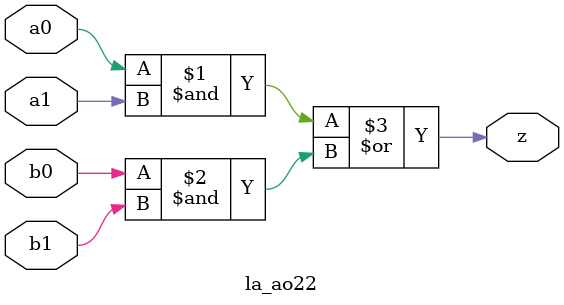
<source format=v>


module la_ao22 #(
    parameter PROP = "DEFAULT"
) (
    input  a0,
    input  a1,
    input  b0,
    input  b1,
    output z
);

    assign z = (a0 & a1) | (b0 & b1);

endmodule

</source>
